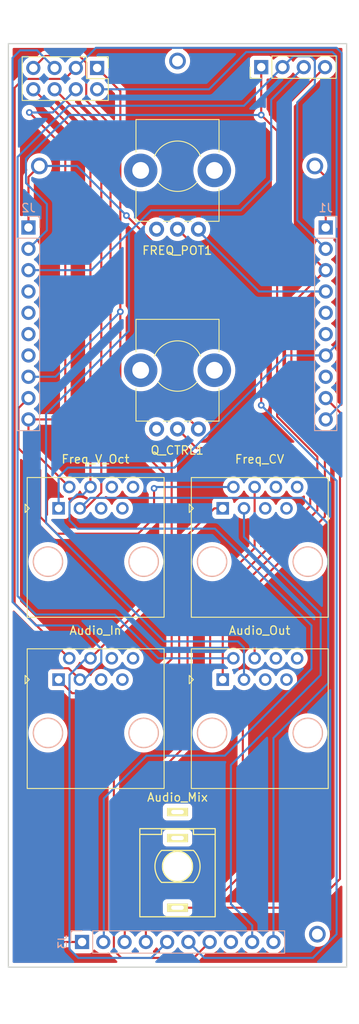
<source format=kicad_pcb>
(kicad_pcb (version 20211014) (generator pcbnew)
  (layers (0 "F.Cu" signal) (31 "B.Cu" signal) (34 "B.Paste" user) (35 "F.Paste" user) (36 "B.SilkS" user "B.Silkscreen") (37 "F.SilkS" user "F.Silkscreen") (38 "B.Mask" user) (39 "F.Mask" user) (44 "Edge.Cuts" user))
  (net 0 "")
  (net 1 "GND")
  (net 2 "/FREQ_POT")
  (net 3 "/FREQ_POT_5V")
  (net 7 "/FREQ_V_OCT1")
  (net 8 "/AUDIO_BUFF1")
  (net 10 "/AUDIO_BUFF4")
  (net 11 "/AUDIO_MIX")
  (net 12 "/AUDIO_IN1")
  (net 14 "/AUDIO_BUFF3")
  (net 15 "/AUDIO_BUFF2")
  (net 16 "/FREQ_V_OCT2")
  (net 18 "/FREQ_CV2")
  (net 19 "/AUDIO_IN2")
  (net 20 "/FREQ_V_OCT4")
  (net 21 "/FREQ_CV4")
  (net 22 "/Q_POT")
  (net 23 "/AUDIO_IN4")
  (net 24 "/FREQ_CV1")
  (net 25 "/FREQ_CV3")
  (net 26 "/AUDIO_IN3")
  (net 27 "/FREQ_V_OCT3")
  (net 45 "+12V")
  (net 46 "-12V")
  (footprint "Custom_Footprints:1.3mm_Test_Point" (layer "F.Cu") (at 70.2 42.97)
    (fp_text reference "TP3" hide)
    (fp_text value "TestPoint")
    (pad "1" thru_hole circle locked (at 0 0) (size 2 2) (drill 1.3) (layers *.Cu *.Mask) (net 1 "GND"))
  )
  (footprint "Custom_Footprints:Alpha_9mm_Potentiometer_Aligned" (layer "F.Cu") (at 70.2 79.3)
    (fp_text reference "Q_CTRL1" (at -0.04 10.04) (layer "F.SilkS"))
    (fp_text value "10k")
    (fp_line (start -4.961 6.56) (end -3.325 6.56) (layer "F.SilkS") (width 0.12))
    (fp_line (start 0.825 6.56) (end 1.675 6.56) (layer "F.SilkS") (width 0.12))
    (fp_line (start -1.675 6.56) (end -0.825 6.56) (layer "F.SilkS") (width 0.12))
    (fp_line (start 4.96 -1.695) (end 4.96 -5.56) (layer "F.SilkS") (width 0.12))
    (fp_line (start -4.961 6.56) (end -4.961 2.694) (layer "F.SilkS") (width 0.12))
    (fp_line (start -4.961 -5.56) (end 4.96 -5.56) (layer "F.SilkS") (width 0.12))
    (fp_line (start 4.96 6.56) (end 4.96 2.694) (layer "F.SilkS") (width 0.12))
    (fp_line (start 3.325 6.56) (end 4.96 6.56) (layer "F.SilkS") (width 0.12))
    (fp_line (start -4.961 -1.695) (end -4.961 -5.56) (layer "F.SilkS") (width 0.12))
    (fp_arc (start 2.297753 1.928295) (mid -0.000192 2.999665) (end -2.298 1.928) (layer "F.SilkS") (width 0.12))
    (fp_arc (start -2.762432 -1.171982) (mid -0.000553 -3.000762) (end 2.762 -1.173) (layer "F.SilkS") (width 0.12))
    (pad "" np_thru_hole circle locked (at 4.4 0.5 90) (size 4 4) (drill 2) (layers *.Cu *.Mask))
    (pad "" np_thru_hole circle locked (at -4.4 0.5 90) (size 4 4) (drill 2) (layers *.Cu *.Mask))
    (pad "1" thru_hole circle locked (at 2.5 7.5 90) (size 1.8 1.8) (drill 1) (layers *.Cu *.Mask) (net 45 "+12V"))
    (pad "2" thru_hole circle locked (at 0 7.5 90) (size 1.8 1.8) (drill 1) (layers *.Cu *.Mask) (net 22 "/Q_POT"))
    (pad "3" thru_hole circle locked (at -2.5 7.5 90) (size 1.8 1.8) (drill 1) (layers *.Cu *.Mask) (net 1 "GND"))
  )
  (footprint "Connector_PinHeader_2.54mm:PinHeader_2x04_P2.54mm_Vertical" (layer "F.Cu") (at 60.6 43.795 -90)
    (fp_text reference "J9" hide)
    (fp_text value "Conn_02x04_Top_Bottom")
    (fp_line (start 3.87 -1.33) (end 3.87 8.95) (layer "F.SilkS") (width 0.12))
    (fp_line (start 1.27 -1.33) (end 3.87 -1.33) (layer "F.SilkS") (width 0.12))
    (fp_line (start -1.33 -1.33) (end 0 -1.33) (layer "F.SilkS") (width 0.12))
    (fp_line (start -1.33 8.95) (end 3.87 8.95) (layer "F.SilkS") (width 0.12))
    (fp_line (start -1.33 0) (end -1.33 -1.33) (layer "F.SilkS") (width 0.12))
    (fp_line (start -1.33 1.27) (end -1.33 8.95) (layer "F.SilkS") (width 0.12))
    (fp_line (start -1.33 1.27) (end 1.27 1.27) (layer "F.SilkS") (width 0.12))
    (fp_line (start 1.27 1.27) (end 1.27 -1.33) (layer "F.SilkS") (width 0.12))
    (pad "1" thru_hole rect (at 0 0 270) (size 1.7 1.7) (drill 1) (layers *.Cu *.Mask) (net 12 "/AUDIO_IN1"))
    (pad "2" thru_hole oval (at 2.54 0 270) (size 1.7 1.7) (drill 1) (layers *.Cu *.Mask) (net 7 "/FREQ_V_OCT1"))
    (pad "3" thru_hole oval (at 0 2.54 270) (size 1.7 1.7) (drill 1) (layers *.Cu *.Mask) (net 19 "/AUDIO_IN2"))
    (pad "4" thru_hole oval (at 2.54 2.54 270) (size 1.7 1.7) (drill 1) (layers *.Cu *.Mask) (net 16 "/FREQ_V_OCT2"))
    (pad "5" thru_hole oval (at 0 5.08 270) (size 1.7 1.7) (drill 1) (layers *.Cu *.Mask) (net 26 "/AUDIO_IN3"))
    (pad "6" thru_hole oval (at 2.54 5.08 270) (size 1.7 1.7) (drill 1) (layers *.Cu *.Mask) (net 27 "/FREQ_V_OCT3"))
    (pad "7" thru_hole oval (at 0 7.62 270) (size 1.7 1.7) (drill 1) (layers *.Cu *.Mask) (net 23 "/AUDIO_IN4"))
    (pad "8" thru_hole oval (at 2.54 7.62 270) (size 1.7 1.7) (drill 1) (layers *.Cu *.Mask) (net 20 "/FREQ_V_OCT4"))
  )
  (footprint "Custom_Footprints:1.3mm_Test_Point" (layer "F.Cu") (at 86.9 146.97)
    (fp_text reference "TP4" hide)
    (fp_text value "TestPoint")
    (pad "1" thru_hole circle locked (at 0 0) (size 2 2) (drill 1.3) (layers *.Cu *.Mask) (net 1 "GND"))
  )
  (footprint "Custom_Footprints:THONKICONN_hole" (layer "F.Cu") (at 70.2 138.9 180)
    (fp_text reference "J6" hide)
    (fp_text value "Audio_Mix" (at 0 8.23) (layer "F.SilkS"))
    (fp_line (start -1.905 -1.905) (end 1.905 -1.905) (layer "F.SilkS") (width 0.15))
    (fp_line (start -4.5 -6) (end -4.5 4.5) (layer "F.SilkS") (width 0.15))
    (fp_line (start 1.905 1.905) (end -1.905 1.905) (layer "F.SilkS") (width 0.15))
    (fp_line (start -4.445 3.81) (end -1.905 3.81) (layer "F.SilkS") (width 0.15))
    (fp_line (start 1.905 3.81) (end 4.445 3.81) (layer "F.SilkS") (width 0.15))
    (fp_line (start -4.5 -6) (end 4.5 -6) (layer "F.SilkS") (width 0.15))
    (fp_line (start -1.905 4.445) (end 1.905 4.445) (layer "F.SilkS") (width 0.15))
    (fp_line (start 1.905 4.445) (end 1.905 3.81) (layer "F.SilkS") (width 0.15))
    (fp_line (start -1.905 3.81) (end -1.905 4.445) (layer "F.SilkS") (width 0.15))
    (fp_line (start -4.5 4.5) (end 4.5 4.5) (layer "F.SilkS") (width 0.15))
    (fp_line (start 4.5 -6) (end 4.5 4.5) (layer "F.SilkS") (width 0.15))
    (fp_arc (start 1.905 -1.905) (mid 2.694077 0) (end 1.905 1.905) (layer "F.SilkS") (width 0.15))
    (fp_arc (start -1.905 1.905) (mid -2.694077 0) (end -1.905 -1.905) (layer "F.SilkS") (width 0.15))
    (fp_circle (center 0 0) (end 1.27 1.27) (layer "F.SilkS") (width 0.15) (fill none))
    (pad "" np_thru_hole circle (at 0 0 180) (size 2.5 2.5) (drill 2.5) (layers *.Cu *.Mask))
    (pad "1" thru_hole rect (at 0 6.48 180) (size 2.5 1) (drill oval 1.5 0.5) (layers *.Cu *.Mask "F.SilkS") (net 1 "GND"))
    (pad "2" thru_hole rect (at 0 3.38 180) (size 2.5 1) (drill oval 1.5 0.5) (layers *.Cu *.Mask "F.SilkS"))
    (pad "3" thru_hole rect (at 0 -4.92 180) (size 2.5 1) (drill oval 1.5 0.5) (layers *.Cu *.Mask "F.SilkS") (net 11 "/AUDIO_MIX"))
  )
  (footprint "Custom_Footprints:RJ45_Molex_42878-8506" (layer "F.Cu") (at 60.4 121.3)
    (fp_text reference "J4" hide)
    (fp_text value "Audio_In" (at 0 -10.5) (layer "F.SilkS"))
    (fp_line (start -8.15 -8.32) (end -8.15 8.32) (layer "F.SilkS") (width 0.12))
    (fp_line (start 8.2 -8.32) (end 8.2 8.32) (layer "F.SilkS") (width 0.12))
    (fp_line (start 8.2 -8.32) (end -8.15 -8.32) (layer "F.SilkS") (width 0.12))
    (fp_line (start -8.4 -4.15) (end -7.9 -4.65) (layer "F.SilkS") (width 0.12))
    (fp_line (start 8.2 8.32) (end -8.15 8.32) (layer "F.SilkS") (width 0.12))
    (fp_line (start -7.9 -4.65) (end -8.4 -5.15) (layer "F.SilkS") (width 0.12))
    (fp_line (start -8.4 -5.15) (end -8.4 -4.15) (layer "F.SilkS") (width 0.12))
    (pad "" np_thru_hole circle (at 5.76 1.7) (size 3.65 3.65) (drill 3.33) (layers F&B.Cu *.SilkS *.Mask))
    (pad "" np_thru_hole circle (at -5.67 1.7) (size 3.65 3.65) (drill 3.33) (layers F&B.Cu *.SilkS *.Mask))
    (pad "1" thru_hole rect (at -4.4 -4.65) (size 1.5 1.5) (drill 0.9) (layers *.Cu *.Mask) (net 12 "/AUDIO_IN1"))
    (pad "2" thru_hole circle (at -3.13 -7.19) (size 1.5 1.5) (drill 0.9) (layers *.Cu *.Mask) (net 19 "/AUDIO_IN2"))
    (pad "3" thru_hole circle (at -1.86 -4.65) (size 1.5 1.5) (drill 0.9) (layers *.Cu *.Mask) (net 26 "/AUDIO_IN3"))
    (pad "4" thru_hole circle (at -0.59 -7.19) (size 1.5 1.5) (drill 0.9) (layers *.Cu *.Mask) (net 23 "/AUDIO_IN4"))
    (pad "5" thru_hole circle (at 0.68 -4.65) (size 1.5 1.5) (drill 0.9) (layers *.Cu *.Mask))
    (pad "6" thru_hole circle (at 1.95 -7.19) (size 1.5 1.5) (drill 0.9) (layers *.Cu *.Mask))
    (pad "7" thru_hole circle (at 3.22 -4.65) (size 1.5 1.5) (drill 0.9) (layers *.Cu *.Mask))
    (pad "8" thru_hole circle (at 4.49 -7.19) (size 1.5 1.5) (drill 0.9) (layers *.Cu *.Mask))
  )
  (footprint "Custom_Footprints:1.3mm_Test_Point" (layer "F.Cu") (at 53.7 55.47)
    (fp_text reference "TP1" hide)
    (fp_text value "TestPoint")
    (pad "1" thru_hole circle locked (at 0 0) (size 2 2) (drill 1.3) (layers *.Cu *.Mask) (net 45 "+12V"))
  )
  (footprint "Custom_Footprints:RJ45_Molex_42878-8506" (layer "F.Cu") (at 80 121.3)
    (fp_text reference "J5" hide)
    (fp_text value "Audio_Out" (at 0 -10.5) (layer "F.SilkS"))
    (fp_line (start -7.9 -4.65) (end -8.4 -5.15) (layer "F.SilkS") (width 0.12))
    (fp_line (start 8.2 -8.32) (end 8.2 8.32) (layer "F.SilkS") (width 0.12))
    (fp_line (start 8.2 -8.32) (end -8.15 -8.32) (layer "F.SilkS") (width 0.12))
    (fp_line (start 8.2 8.32) (end -8.15 8.32) (layer "F.SilkS") (width 0.12))
    (fp_line (start -8.15 -8.32) (end -8.15 8.32) (layer "F.SilkS") (width 0.12))
    (fp_line (start -8.4 -5.15) (end -8.4 -4.15) (layer "F.SilkS") (width 0.12))
    (fp_line (start -8.4 -4.15) (end -7.9 -4.65) (layer "F.SilkS") (width 0.12))
    (pad "" np_thru_hole circle (at -5.67 1.7) (size 3.65 3.65) (drill 3.33) (layers F&B.Cu *.SilkS *.Mask))
    (pad "" np_thru_hole circle (at 5.76 1.7) (size 3.65 3.65) (drill 3.33) (layers F&B.Cu *.SilkS *.Mask))
    (pad "1" thru_hole rect (at -4.4 -4.65) (size 1.5 1.5) (drill 0.9) (layers *.Cu *.Mask) (net 8 "/AUDIO_BUFF1"))
    (pad "2" thru_hole circle (at -3.13 -7.19) (size 1.5 1.5) (drill 0.9) (layers *.Cu *.Mask) (net 15 "/AUDIO_BUFF2"))
    (pad "3" thru_hole circle (at -1.86 -4.65) (size 1.5 1.5) (drill 0.9) (layers *.Cu *.Mask) (net 14 "/AUDIO_BUFF3"))
    (pad "4" thru_hole circle (at -0.59 -7.19) (size 1.5 1.5) (drill 0.9) (layers *.Cu *.Mask) (net 10 "/AUDIO_BUFF4"))
    (pad "5" thru_hole circle (at 0.68 -4.65) (size 1.5 1.5) (drill 0.9) (layers *.Cu *.Mask))
    (pad "6" thru_hole circle (at 1.95 -7.19) (size 1.5 1.5) (drill 0.9) (layers *.Cu *.Mask))
    (pad "7" thru_hole circle (at 3.22 -4.65) (size 1.5 1.5) (drill 0.9) (layers *.Cu *.Mask))
    (pad "8" thru_hole circle (at 4.49 -7.19) (size 1.5 1.5) (drill 0.9) (layers *.Cu *.Mask))
  )
  (footprint "Connector_PinHeader_2.54mm:PinHeader_1x04_P2.54mm_Vertical" (layer "F.Cu") (at 80.2 43.7 90)
    (fp_text reference "J10" hide)
    (fp_text value "Conn_01x04_Male")
    (fp_line (start -1.33 8.95) (end 1.33 8.95) (layer "F.SilkS") (width 0.12))
    (fp_line (start -1.33 1.27) (end 1.33 1.27) (layer "F.SilkS") (width 0.12))
    (fp_line (start -1.33 1.27) (end -1.33 8.95) (layer "F.SilkS") (width 0.12))
    (fp_line (start -1.33 -1.33) (end 0 -1.33) (layer "F.SilkS") (width 0.12))
    (fp_line (start 1.33 1.27) (end 1.33 8.95) (layer "F.SilkS") (width 0.12))
    (fp_line (start -1.33 0) (end -1.33 -1.33) (layer "F.SilkS") (width 0.12))
    (pad "1" thru_hole rect (at 0 0 90) (size 1.7 1.7) (drill 1) (layers *.Cu *.Mask) (net 8 "/AUDIO_BUFF1"))
    (pad "2" thru_hole oval (at 0 2.54 90) (size 1.7 1.7) (drill 1) (layers *.Cu *.Mask) (net 15 "/AUDIO_BUFF2"))
    (pad "3" thru_hole oval (at 0 5.08 90) (size 1.7 1.7) (drill 1) (layers *.Cu *.Mask) (net 14 "/AUDIO_BUFF3"))
    (pad "4" thru_hole oval (at 0 7.62 90) (size 1.7 1.7) (drill 1) (layers *.Cu *.Mask) (net 10 "/AUDIO_BUFF4"))
  )
  (footprint "Custom_Footprints:RJ45_Molex_42878-8506" (layer "F.Cu") (at 80 100.9)
    (fp_text reference "J8" hide)
    (fp_text value "Freq_CV" (at 0 -10.5) (layer "F.SilkS"))
    (fp_line (start -8.15 -8.32) (end -8.15 8.32) (layer "F.SilkS") (width 0.12))
    (fp_line (start -7.9 -4.65) (end -8.4 -5.15) (layer "F.SilkS") (width 0.12))
    (fp_line (start -8.4 -5.15) (end -8.4 -4.15) (layer "F.SilkS") (width 0.12))
    (fp_line (start 8.2 -8.32) (end -8.15 -8.32) (layer "F.SilkS") (width 0.12))
    (fp_line (start -8.4 -4.15) (end -7.9 -4.65) (layer "F.SilkS") (width 0.12))
    (fp_line (start 8.2 -8.32) (end 8.2 8.32) (layer "F.SilkS") (width 0.12))
    (fp_line (start 8.2 8.32) (end -8.15 8.32) (layer "F.SilkS") (width 0.12))
    (pad "" np_thru_hole circle (at 5.76 1.7) (size 3.65 3.65) (drill 3.33) (layers F&B.Cu *.SilkS *.Mask))
    (pad "" np_thru_hole circle (at -5.67 1.7) (size 3.65 3.65) (drill 3.33) (layers F&B.Cu *.SilkS *.Mask))
    (pad "1" thru_hole rect (at -4.4 -4.65) (size 1.5 1.5) (drill 0.9) (layers *.Cu *.Mask) (net 24 "/FREQ_CV1"))
    (pad "2" thru_hole circle (at -3.13 -7.19) (size 1.5 1.5) (drill 0.9) (layers *.Cu *.Mask) (net 18 "/FREQ_CV2"))
    (pad "3" thru_hole circle (at -1.86 -4.65) (size 1.5 1.5) (drill 0.9) (layers *.Cu *.Mask) (net 25 "/FREQ_CV3"))
    (pad "4" thru_hole circle (at -0.59 -7.19) (size 1.5 1.5) (drill 0.9) (layers *.Cu *.Mask) (net 21 "/FREQ_CV4"))
    (pad "5" thru_hole circle (at 0.68 -4.65) (size 1.5 1.5) (drill 0.9) (layers *.Cu *.Mask))
    (pad "6" thru_hole circle (at 1.95 -7.19) (size 1.5 1.5) (drill 0.9) (layers *.Cu *.Mask))
    (pad "7" thru_hole circle (at 3.22 -4.65) (size 1.5 1.5) (drill 0.9) (layers *.Cu *.Mask))
    (pad "8" thru_hole circle (at 4.49 -7.19) (size 1.5 1.5) (drill 0.9) (layers *.Cu *.Mask))
  )
  (footprint "Custom_Footprints:1.3mm_Test_Point" (layer "F.Cu") (at 86.6 55.47)
    (fp_text reference "TP2" hide)
    (fp_text value "TestPoint")
    (pad "1" thru_hole circle locked (at 0 0) (size 2 2) (drill 1.3) (layers *.Cu *.Mask) (net 46 "-12V"))
  )
  (footprint "Custom_Footprints:RJ45_Molex_42878-8506" (layer "F.Cu") (at 60.4 100.9)
    (fp_text reference "J7" hide)
    (fp_text value "Freq_V_Oct" (at 0 -10.5) (layer "F.SilkS"))
    (fp_line (start 8.2 8.32) (end -8.15 8.32) (layer "F.SilkS") (width 0.12))
    (fp_line (start 8.2 -8.32) (end 8.2 8.32) (layer "F.SilkS") (width 0.12))
    (fp_line (start -8.4 -5.15) (end -8.4 -4.15) (layer "F.SilkS") (width 0.12))
    (fp_line (start -8.15 -8.32) (end -8.15 8.32) (layer "F.SilkS") (width 0.12))
    (fp_line (start -7.9 -4.65) (end -8.4 -5.15) (layer "F.SilkS") (width 0.12))
    (fp_line (start -8.4 -4.15) (end -7.9 -4.65) (layer "F.SilkS") (width 0.12))
    (fp_line (start 8.2 -8.32) (end -8.15 -8.32) (layer "F.SilkS") (width 0.12))
    (pad "" np_thru_hole circle (at -5.67 1.7) (size 3.65 3.65) (drill 3.33) (layers F&B.Cu *.SilkS *.Mask))
    (pad "" np_thru_hole circle (at 5.76 1.7) (size 3.65 3.65) (drill 3.33) (layers F&B.Cu *.SilkS *.Mask))
    (pad "1" thru_hole rect (at -4.4 -4.65) (size 1.5 1.5) (drill 0.9) (layers *.Cu *.Mask) (net 7 "/FREQ_V_OCT1"))
    (pad "2" thru_hole circle (at -3.13 -7.19) (size 1.5 1.5) (drill 0.9) (layers *.Cu *.Mask) (net 16 "/FREQ_V_OCT2"))
    (pad "3" thru_hole circle (at -1.86 -4.65) (size 1.5 1.5) (drill 0.9) (layers *.Cu *.Mask) (net 27 "/FREQ_V_OCT3"))
    (pad "4" thru_hole circle (at -0.59 -7.19) (size 1.5 1.5) (drill 0.9) (layers *.Cu *.Mask) (net 20 "/FREQ_V_OCT4"))
    (pad "5" thru_hole circle (at 0.68 -4.65) (size 1.5 1.5) (drill 0.9) (layers *.Cu *.Mask))
    (pad "6" thru_hole circle (at 1.95 -7.19) (size 1.5 1.5) (drill 0.9) (layers *.Cu *.Mask))
    (pad "7" thru_hole circle (at 3.22 -4.65) (size 1.5 1.5) (drill 0.9) (layers *.Cu *.Mask))
    (pad "8" thru_hole circle (at 4.49 -7.19) (size 1.5 1.5) (drill 0.9) (layers *.Cu *.Mask))
  )
  (footprint "Custom_Footprints:Alpha_9mm_Potentiometer_Aligned" (layer "F.Cu") (at 70.2 55.5)
    (fp_text reference "FREQ_POT1" (at -0.04 10.04) (layer "F.SilkS"))
    (fp_text value "10k")
    (fp_line (start -4.961 6.56) (end -3.325 6.56) (layer "F.SilkS") (width 0.12))
    (fp_line (start -4.961 -5.56) (end 4.96 -5.56) (layer "F.SilkS") (width 0.12))
    (fp_line (start -4.961 6.56) (end -4.961 2.694) (layer "F.SilkS") (width 0.12))
    (fp_line (start 3.325 6.56) (end 4.96 6.56) (layer "F.SilkS") (width 0.12))
    (fp_line (start 0.825 6.56) (end 1.675 6.56) (layer "F.SilkS") (width 0.12))
    (fp_line (start -1.675 6.56) (end -0.825 6.56) (layer "F.SilkS") (width 0.12))
    (fp_line (start 4.96 -1.695) (end 4.96 -5.56) (layer "F.SilkS") (width 0.12))
    (fp_line (start 4.96 6.56) (end 4.96 2.694) (layer "F.SilkS") (width 0.12))
    (fp_line (start -4.961 -1.695) (end -4.961 -5.56) (layer "F.SilkS") (width 0.12))
    (fp_arc (start -2.762432 -1.171982) (mid -0.000553 -3.000762) (end 2.762 -1.173) (layer "F.SilkS") (width 0.12))
    (fp_arc (start 2.297753 1.928295) (mid -0.000192 2.999665) (end -2.298 1.928) (layer "F.SilkS") (width 0.12))
    (pad "" np_thru_hole circle locked (at 4.4 0.5 90) (size 4 4) (drill 2) (layers *.Cu *.Mask))
    (pad "" np_thru_hole circle locked (at -4.4 0.5 90) (size 4 4) (drill 2) (layers *.Cu *.Mask))
    (pad "1" thru_hole circle locked (at 2.5 7.5 90) (size 1.8 1.8) (drill 1) (layers *.Cu *.Mask) (net 3 "/FREQ_POT_5V"))
    (pad "2" thru_hole circle locked (at 0 7.5 90) (size 1.8 1.8) (drill 1) (layers *.Cu *.Mask) (net 2 "/FREQ_POT"))
    (pad "3" thru_hole circle locked (at -2.5 7.5 90) (size 1.8 1.8) (drill 1) (layers *.Cu *.Mask) (net 1 "GND"))
  )
  (footprint "Connector_PinHeader_2.54mm:PinHeader_1x10_P2.54mm_Vertical" (layer "B.Cu") (at 58.8 147.9 -90)
    (fp_text reference "J3" (at 0 2.33 90) (layer "B.SilkS") (effects (justify mirror)))
    (fp_text value "Conn_01x10_Male")
    (fp_line (start -1.33 0) (end -1.33 1.33) (layer "B.SilkS") (width 0.12))
    (fp_line (start -1.33 1.33) (end 0 1.33) (layer "B.SilkS") (width 0.12))
    (fp_line (start 1.33 -1.27) (end 1.33 -24.19) (layer "B.SilkS") (width 0.12))
    (fp_line (start -1.33 -24.19) (end 1.33 -24.19) (layer "B.SilkS") (width 0.12))
    (fp_line (start -1.33 -1.27) (end 1.33 -1.27) (layer "B.SilkS") (width 0.12))
    (fp_line (start -1.33 -1.27) (end -1.33 -24.19) (layer "B.SilkS") (width 0.12))
    (pad "1" thru_hole rect locked (at 0 0 270) (size 1.7 1.7) (drill 1) (layers F&B.Cu *.Mask) (net 26 "/AUDIO_IN3"))
    (pad "2" thru_hole oval locked (at 0 -2.54 270) (size 1.7 1.7) (drill 1) (layers F&B.Cu *.Mask) (net 20 "/FREQ_V_OCT4"))
    (pad "3" thru_hole oval locked (at 0 -5.08 270) (size 1.7 1.7) (drill 1) (layers F&B.Cu *.Mask) (net 21 "/FREQ_CV4"))
    (pad "4" thru_hole oval locked (at 0 -7.62 270) (size 1.7 1.7) (drill 1) (layers F&B.Cu *.Mask) (net 22 "/Q_POT"))
    (pad "5" thru_hole oval locked (at 0 -10.16 270) (size 1.7 1.7) (drill 1) (layers F&B.Cu *.Mask) (net 23 "/AUDIO_IN4"))
    (pad "6" thru_hole oval locked (at 0 -12.7 270) (size 1.7 1.7) (drill 1) (layers F&B.Cu *.Mask) (net 2 "/FREQ_POT"))
    (pad "7" thru_hole oval locked (at 0 -15.24 270) (size 1.7 1.7) (drill 1) (layers F&B.Cu *.Mask) (net 24 "/FREQ_CV1"))
    (pad "8" thru_hole oval locked (at 0 -17.78 270) (size 1.7 1.7) (drill 1) (layers F&B.Cu *.Mask))
    (pad "9" thru_hole oval locked (at 0 -20.32 270) (size 1.7 1.7) (drill 1) (layers F&B.Cu *.Mask) (net 25 "/FREQ_CV3"))
    (pad "10" thru_hole oval locked (at 0 -22.86 270) (size 1.7 1.7) (drill 1) (layers F&B.Cu *.Mask) (net 27 "/FREQ_V_OCT3"))
  )
  (footprint "Connector_PinHeader_2.54mm:PinHeader_1x10_P2.54mm_Vertical" (layer "B.Cu") (at 87.9 62.8 180)
    (fp_text reference "J1" (at 0 2.33) (layer "B.SilkS") (effects (justify mirror)))
    (fp_text value "Conn_01x10_Male" hide)
    (fp_line (start -1.33 1.33) (end 0 1.33) (layer "B.SilkS") (width 0.12))
    (fp_line (start 1.33 -1.27) (end 1.33 -24.19) (layer "B.SilkS") (width 0.12))
    (fp_line (start -1.33 -1.27) (end 1.33 -1.27) (layer "B.SilkS") (width 0.12))
    (fp_line (start -1.33 -1.27) (end -1.33 -24.19) (layer "B.SilkS") (width 0.12))
    (fp_line (start -1.33 0) (end -1.33 1.33) (layer "B.SilkS") (width 0.12))
    (fp_line (start -1.33 -24.19) (end 1.33 -24.19) (layer "B.SilkS") (width 0.12))
    (pad "1" thru_hole rect locked (at 0 0 180) (size 1.7 1.7) (drill 1) (layers F&B.Cu *.Mask) (net 46 "-12V"))
    (pad "2" thru_hole oval locked (at 0 -2.54 180) (size 1.7 1.7) (drill 1) (layers F&B.Cu *.Mask) (net 15 "/AUDIO_BUFF2"))
    (pad "3" thru_hole oval locked (at 0 -5.08 180) (size 1.7 1.7) (drill 1) (layers F&B.Cu *.Mask) (net 10 "/AUDIO_BUFF4"))
    (pad "4" thru_hole oval locked (at 0 -7.62 180) (size 1.7 1.7) (drill 1) (layers F&B.Cu *.Mask) (net 3 "/FREQ_POT_5V"))
    (pad "5" thru_hole oval locked (at 0 -10.16 180) (size 1.7 1.7) (drill 1) (layers F&B.Cu *.Mask))
    (pad "6" thru_hole oval locked (at 0 -12.7 180) (size 1.7 1.7) (drill 1) (layers F&B.Cu *.Mask) (net 1 "GND"))
    (pad "7" thru_hole oval locked (at 0 -15.24 180) (size 1.7 1.7) (drill 1) (layers F&B.Cu *.Mask) (net 7 "/FREQ_V_OCT1"))
    (pad "8" thru_hole oval locked (at 0 -17.78 180) (size 1.7 1.7) (drill 1) (layers F&B.Cu *.Mask))
    (pad "9" thru_hole oval locked (at 0 -20.32 180) (size 1.7 1.7) (drill 1) (layers F&B.Cu *.Mask) (net 11 "/AUDIO_MIX"))
    (pad "10" thru_hole oval locked (at 0 -22.86 180) (size 1.7 1.7) (drill 1) (layers F&B.Cu *.Mask) (net 19 "/AUDIO_IN2"))
  )
  (footprint "Connector_PinHeader_2.54mm:PinHeader_1x10_P2.54mm_Vertical" (layer "B.Cu") (at 52.4 62.8 180)
    (fp_text reference "J2" (at 0 2.33) (layer "B.SilkS") (effects (justify mirror)))
    (fp_text value "Conn_01x10_Male" hide)
    (fp_line (start -1.33 1.33) (end 0 1.33) (layer "B.SilkS") (width 0.12))
    (fp_line (start -1.33 -1.27) (end -1.33 -24.19) (layer "B.SilkS") (width 0.12))
    (fp_line (start -1.33 -1.27) (end 1.33 -1.27) (layer "B.SilkS") (width 0.12))
    (fp_line (start -1.33 -24.19) (end 1.33 -24.19) (layer "B.SilkS") (width 0.12))
    (fp_line (start 1.33 -1.27) (end 1.33 -24.19) (layer "B.SilkS") (width 0.12))
    (fp_line (start -1.33 0) (end -1.33 1.33) (layer "B.SilkS") (width 0.12))
    (pad "1" thru_hole rect locked (at 0 0 180) (size 1.7 1.7) (drill 1) (layers F&B.Cu *.Mask) (net 45 "+12V"))
    (pad "2" thru_hole oval locked (at 0 -2.54 180) (size 1.7 1.7) (drill 1) (layers F&B.Cu *.Mask) (net 8 "/AUDIO_BUFF1"))
    (pad "3" thru_hole oval locked (at 0 -5.08 180) (size 1.7 1.7) (drill 1) (layers F&B.Cu *.Mask) (net 14 "/AUDIO_BUFF3"))
    (pad "4" thru_hole oval locked (at 0 -7.62 180) (size 1.7 1.7) (drill 1) (layers F&B.Cu *.Mask))
    (pad "5" thru_hole oval locked (at 0 -10.16 180) (size 1.7 1.7) (drill 1) (layers F&B.Cu *.Mask))
    (pad "6" thru_hole oval locked (at 0 -12.7 180) (size 1.7 1.7) (drill 1) (layers F&B.Cu *.Mask) (net 1 "GND"))
    (pad "7" thru_hole oval locked (at 0 -15.24 180) (size 1.7 1.7) (drill 1) (layers F&B.Cu *.Mask))
    (pad "8" thru_hole oval locked (at 0 -17.78 180) (size 1.7 1.7) (drill 1) (layers F&B.Cu *.Mask) (net 12 "/AUDIO_IN1"))
    (pad "9" thru_hole oval locked (at 0 -20.32 180) (size 1.7 1.7) (drill 1) (layers F&B.Cu *.Mask) (net 18 "/FREQ_CV2"))
    (pad "10" thru_hole oval locked (at 0 -22.86 180) (size 1.7 1.7) (drill 1) (layers F&B.Cu *.Mask) (net 16 "/FREQ_V_OCT2"))
  )
  (gr_line (start 50 40.9) (end 50 150.9) (layer "Edge.Cuts") (width 0.15))
  (gr_line (start 50 40.9) (end 90.4 40.9) (layer "Edge.Cuts") (width 0.15))
  (gr_line (start 50 150.9) (end 90.4 150.9) (layer "Edge.Cuts") (width 0.15))
  (gr_line (start 90.4 40.9) (end 90.4 150.9) (layer "Edge.Cuts") (width 0.15))
  (segment (start 80.2 83.97) (end 80.2 72.97) (width 0.25) (layer "F.Cu") (net 2))
  (segment (start 80.2 72.97) (end 70.2 62.97) (width 0.25) (layer "F.Cu") (net 2))
  (via (at 80.2 83.97) (size 0.8) (drill 0.4) (layers "F.Cu" "B.Cu") (net 2))
  (segment (start 86.37 149.8) (end 73.4 149.8) (width 0.25) (layer "B.Cu") (net 2))
  (segment (start 89.2 146.97) (end 86.37 149.8) (width 0.25) (layer "B.Cu") (net 2))
  (segment (start 80.2 83.97) (end 89.2 92.97) (width 0.25) (layer "B.Cu") (net 2))
  (segment (start 89.2 92.97) (end 89.2 146.97) (width 0.25) (layer "B.Cu") (net 2))
  (segment (start 73.4 149.8) (end 71.5 147.9) (width 0.25) (layer "B.Cu") (net 2))
  (segment (start 79.92 70.42) (end 72.7 63.2) (width 0.25) (layer "B.Cu") (net 3))
  (segment (start 87.9 70.42) (end 79.92 70.42) (width 0.25) (layer "B.Cu") (net 3))
  (segment (start 72.7 63.2) (end 72.7 63) (width 0.25) (layer "B.Cu") (net 3))
  (segment (start 83.192412 78.04) (end 87.9 78.04) (width 0.25) (layer "B.Cu") (net 7))
  (segment (start 60.6 46.335) (end 73.965 46.335) (width 0.25) (layer "B.Cu") (net 7))
  (segment (start 57.1 91.4) (end 69.832412 91.4) (width 0.25) (layer "B.Cu") (net 7))
  (segment (start 56 92.5) (end 57.1 91.4) (width 0.25) (layer "B.Cu") (net 7))
  (segment (start 56 96.25) (end 56 92.5) (width 0.25) (layer "B.Cu") (net 7))
  (segment (start 78.4 41.9) (end 88.7 41.9) (width 0.25) (layer "B.Cu") (net 7))
  (segment (start 89.2 42.4) (end 89.2 76.74) (width 0.25) (layer "B.Cu") (net 7))
  (segment (start 89.2 76.74) (end 87.9 78.04) (width 0.25) (layer "B.Cu") (net 7))
  (segment (start 73.965 46.335) (end 78.4 41.9) (width 0.25) (layer "B.Cu") (net 7))
  (segment (start 88.7 41.9) (end 89.2 42.4) (width 0.25) (layer "B.Cu") (net 7))
  (segment (start 69.832412 91.4) (end 83.192412 78.04) (width 0.25) (layer "B.Cu") (net 7))
  (segment (start 82.1 85.3) (end 82.1 51.3) (width 0.25) (layer "F.Cu") (net 8))
  (segment (start 75.6 116.65) (end 75.6 107.8) (width 0.25) (layer "F.Cu") (net 8))
  (segment (start 80.2 43.7) (end 80.2 49.4) (width 0.25) (layer "F.Cu") (net 8))
  (segment (start 86.9 96.5) (end 86.9 90.1) (width 0.25) (layer "F.Cu") (net 8))
  (segment (start 75.6 107.8) (end 86.9 96.5) (width 0.25) (layer "F.Cu") (net 8))
  (segment (start 86.9 90.1) (end 82.1 85.3) (width 0.25) (layer "F.Cu") (net 8))
  (segment (start 82.1 51.3) (end 80.2 49.4) (width 0.25) (layer "F.Cu") (net 8))
  (via (at 80.2 49.4) (size 0.8) (drill 0.4) (layers "F.Cu" "B.Cu") (net 8))
  (segment (start 54.6 60) (end 52.1 57.5) (width 0.25) (layer "B.Cu") (net 8))
  (segment (start 52.1 54.6) (end 57.3 49.4) (width 0.25) (layer "B.Cu") (net 8))
  (segment (start 54.6 63.14) (end 54.6 60) (width 0.25) (layer "B.Cu") (net 8))
  (segment (start 52.4 65.34) (end 54.6 63.14) (width 0.25) (layer "B.Cu") (net 8))
  (segment (start 57.3 49.4) (end 80.2 49.4) (width 0.25) (layer "B.Cu") (net 8))
  (segment (start 52.1 57.5) (end 52.1 54.6) (width 0.25) (layer "B.Cu") (net 8))
  (segment (start 83.8 71.98) (end 87.9 67.88) (width 0.25) (layer "F.Cu") (net 10))
  (segment (start 83.449501 63.429501) (end 83.449501 48.070499) (width 0.25) (layer "F.Cu") (net 10))
  (segment (start 87.9 67.88) (end 83.449501 63.429501) (width 0.25) (layer "F.Cu") (net 10))
  (segment (start 83.8 85.5) (end 83.8 71.98) (width 0.25) (layer "F.Cu") (net 10))
  (segment (start 79.41 114.11) (end 79.41 105.62569) (width 0.25) (layer "F.Cu") (net 10))
  (segment (start 83.449501 48.070499) (end 87.82 43.7) (width 0.25) (layer "F.Cu") (net 10))
  (segment (start 79.41 105.62569) (end 87.8 97.23569) (width 0.25) (layer "F.Cu") (net 10))
  (segment (start 87.8 97.23569) (end 87.8 89.5) (width 0.25) (layer "F.Cu") (net 10))
  (segment (start 87.8 89.5) (end 83.8 85.5) (width 0.25) (layer "F.Cu") (net 10))
  (segment (start 89.6 84.82) (end 89.6 140.4) (width 0.25) (layer "F.Cu") (net 11))
  (segment (start 70.2 143.82) (end 86.18 143.82) (width 0.25) (layer "F.Cu") (net 11))
  (segment (start 86.18 143.82) (end 89.6 140.4) (width 0.25) (layer "F.Cu") (net 11))
  (segment (start 87.9 83.12) (end 89.6 84.82) (width 0.25) (layer "F.Cu") (net 11))
  (segment (start 69.5 90.7) (end 63.373135 84.573135) (width 0.25) (layer "F.Cu") (net 12))
  (segment (start 63.373135 84.573135) (end 63.373135 72.826865) (width 0.25) (layer "F.Cu") (net 12))
  (segment (start 65.43 118.27) (end 69.5 114.2) (width 0.25) (layer "F.Cu") (net 12))
  (segment (start 63.373135 72.826865) (end 63.373135 46.568135) (width 0.25) (layer "F.Cu") (net 12))
  (segment (start 56 116.65) (end 57.62 118.27) (width 0.25) (layer "F.Cu") (net 12))
  (segment (start 69.5 114.2) (end 69.5 90.7) (width 0.25) (layer "F.Cu") (net 12))
  (segment (start 63.373135 46.568135) (end 60.6 43.795) (width 0.25) (layer "F.Cu") (net 12))
  (segment (start 57.62 118.27) (end 65.43 118.27) (width 0.25) (layer "F.Cu") (net 12))
  (via (at 63.373135 72.826865) (size 0.8) (drill 0.4) (layers "F.Cu" "B.Cu") (net 12))
  (segment (start 55.62 80.58) (end 63.373135 72.826865) (width 0.25) (layer "B.Cu") (net 12))
  (segment (start 52.4 80.58) (end 55.62 80.58) (width 0.25) (layer "B.Cu") (net 12))
  (segment (start 64.4 75.1) (end 64.4 63.4) (width 0.25) (layer "B.Cu") (net 14))
  (segment (start 78.14 116.65) (end 78.14 112.84) (width 0.25) (layer "B.Cu") (net 14))
  (segment (start 81.39 47.59) (end 81.39 57.11) (width 0.25) (layer "B.Cu") (net 14))
  (segment (start 68.6 112.1) (end 54.5 98) (width 0.25) (layer "B.Cu") (net 14))
  (segment (start 77.4 112.1) (end 68.6 112.1) (width 0.25) (layer "B.Cu") (net 14))
  (segment (start 64.4 63.4) (end 59.92 67.88) (width 0.25) (layer "B.Cu") (net 14))
  (segment (start 81.39 57.11) (end 77.75 60.75) (width 0.25) (layer "B.Cu") (net 14))
  (segment (start 59.92 67.88) (end 52.4 67.88) (width 0.25) (layer "B.Cu") (net 14))
  (segment (start 67.05 60.75) (end 64.4 63.4) (width 0.25) (layer "B.Cu") (net 14))
  (segment (start 77.75 60.75) (end 67.05 60.75) (width 0.25) (layer "B.Cu") (net 14))
  (segment (start 54.5 98) (end 54.5 85) (width 0.25) (layer "B.Cu") (net 14))
  (segment (start 54.5 85) (end 64.4 75.1) (width 0.25) (layer "B.Cu") (net 14))
  (segment (start 78.14 112.84) (end 77.4 112.1) (width 0.25) (layer "B.Cu") (net 14))
  (segment (start 85.28 43.7) (end 81.39 47.59) (width 0.25) (layer "B.Cu") (net 14))
  (segment (start 53.3 108.9) (end 51.1 106.7) (width 0.25) (layer "B.Cu") (net 15))
  (segment (start 84.5 61.94) (end 87.9 65.34) (width 0.25) (layer "B.Cu") (net 15))
  (segment (start 76.87 114.11) (end 67.91 114.11) (width 0.25) (layer "B.Cu") (net 15))
  (segment (start 86.6 45.8) (end 84.5 47.9) (width 0.25) (layer "B.Cu") (net 15))
  (segment (start 51.1 106.7) (end 51.1 54.4) (width 0.25) (layer "B.Cu") (net 15))
  (segment (start 57.2 48.3) (end 78.14 48.3) (width 0.25) (layer "B.Cu") (net 15))
  (segment (start 51.1 54.4) (end 57.2 48.3) (width 0.25) (layer "B.Cu") (net 15))
  (segment (start 84.5 47.9) (end 84.5 61.94) (width 0.25) (layer "B.Cu") (net 15))
  (segment (start 86.6 42.9) (end 86.6 45.8) (width 0.25) (layer "B.Cu") (net 15))
  (segment (start 82.74 43.7) (end 84.04 42.4) (width 0.25) (layer "B.Cu") (net 15))
  (segment (start 62.7 108.9) (end 53.3 108.9) (width 0.25) (layer "B.Cu") (net 15))
  (segment (start 84.04 42.4) (end 86.1 42.4) (width 0.25) (layer "B.Cu") (net 15))
  (segment (start 86.1 42.4) (end 86.6 42.9) (width 0.25) (layer "B.Cu") (net 15))
  (segment (start 67.91 114.11) (end 62.7 108.9) (width 0.25) (layer "B.Cu") (net 15))
  (segment (start 78.14 48.3) (end 82.74 43.7) (width 0.25) (layer "B.Cu") (net 15))
  (segment (start 56.8 84.8) (end 56.8 53.4) (width 0.25) (layer "F.Cu") (net 16))
  (segment (start 52.4 85.66) (end 52.4 88.84) (width 0.25) (layer "F.Cu") (net 16))
  (segment (start 52.4 88.84) (end 57.27 93.71) (width 0.25) (layer "F.Cu") (net 16))
  (segment (start 55.94 85.66) (end 56.8 84.8) (width 0.25) (layer "F.Cu") (net 16))
  (segment (start 56.8 53.4) (end 52.5 49.1) (width 0.25) (layer "F.Cu") (net 16))
  (segment (start 52.4 85.66) (end 55.94 85.66) (width 0.25) (layer "F.Cu") (net 16))
  (via (at 52.5 49.1) (size 0.8) (drill 0.4) (layers "F.Cu" "B.Cu") (net 16))
  (segment (start 52.5 49.1) (end 55.295 49.1) (width 0.25) (layer "B.Cu") (net 16))
  (segment (start 55.295 49.1) (end 58.06 46.335) (width 0.25) (layer "B.Cu") (net 16))
  (segment (start 51.2 89.1) (end 53.8 91.7) (width 0.25) (layer "F.Cu") (net 18))
  (segment (start 51.2 84.32) (end 51.2 89.1) (width 0.25) (layer "F.Cu") (net 18))
  (segment (start 67.4 97.37) (end 67.4 93.87) (width 0.25) (layer "F.Cu") (net 18))
  (segment (start 65.5 99.27) (end 67.4 97.37) (width 0.25) (layer "F.Cu") (net 18))
  (segment (start 52.4 83.12) (end 51.2 84.32) (width 0.25) (layer "F.Cu") (net 18))
  (segment (start 53.8 97.27) (end 55.8 99.27) (width 0.25) (layer "F.Cu") (net 18))
  (segment (start 55.8 99.27) (end 65.5 99.27) (width 0.25) (layer "F.Cu") (net 18))
  (segment (start 53.8 91.7) (end 53.8 97.27) (width 0.25) (layer "F.Cu") (net 18))
  (via (at 67.4 93.87) (size 0.8) (drill 0.4) (layers "F.Cu" "B.Cu") (net 18))
  (segment (start 67.56 93.71) (end 76.87 93.71) (width 0.25) (layer "B.Cu") (net 18))
  (segment (start 67.4 93.87) (end 67.56 93.71) (width 0.25) (layer "B.Cu") (net 18))
  (segment (start 57.27 114.11) (end 50.750499 107.590499) (width 0.25) (layer "F.Cu") (net 19))
  (segment (start 51.8 45.1) (end 56.755 45.1) (width 0.25) (layer "F.Cu") (net 19))
  (segment (start 56.755 45.1) (end 58.06 43.795) (width 0.25) (layer "F.Cu") (net 19))
  (segment (start 50.750499 46.149501) (end 51.8 45.1) (width 0.25) (layer "F.Cu") (net 19))
  (segment (start 50.750499 107.590499) (end 50.750499 46.149501) (width 0.25) (layer "F.Cu") (net 19))
  (segment (start 89.2 41.4) (end 89.8 42) (width 0.25) (layer "B.Cu") (net 19))
  (segment (start 58.06 43.795) (end 60.455 41.4) (width 0.25) (layer "B.Cu") (net 19))
  (segment (start 60.455 41.4) (end 89.2 41.4) (width 0.25) (layer "B.Cu") (net 19))
  (segment (start 89.8 83.76) (end 87.9 85.66) (width 0.25) (layer "B.Cu") (net 19))
  (segment (start 89.8 42) (end 89.8 83.76) (width 0.25) (layer "B.Cu") (net 19))
  (segment (start 59.8 93.7) (end 59.81 93.71) (width 0.25) (layer "F.Cu") (net 20))
  (segment (start 52.98 46.335) (end 59.8 53.155) (width 0.25) (layer "F.Cu") (net 20))
  (segment (start 59.8 53.155) (end 59.8 93.7) (width 0.25) (layer "F.Cu") (net 20))
  (segment (start 57.3 97.7) (end 58.27 98.67) (width 0.25) (layer "B.Cu") (net 20))
  (segment (start 59.81 93.71) (end 58.92 94.6) (width 0.25) (layer "B.Cu") (net 20))
  (segment (start 61.4 147.84) (end 61.34 147.9) (width 0.25) (layer "B.Cu") (net 20))
  (segment (start 58.2 94.6) (end 57.3 95.5) (width 0.25) (layer "B.Cu") (net 20))
  (segment (start 57.3 95.5) (end 57.3 97.7) (width 0.25) (layer "B.Cu") (net 20))
  (segment (start 74.67 98.67) (end 86.2 110.2) (width 0.25) (layer "B.Cu") (net 20))
  (segment (start 58.92 94.6) (end 58.2 94.6) (width 0.25) (layer "B.Cu") (net 20))
  (segment (start 61.4 130.8) (end 61.4 147.84) (width 0.25) (layer "B.Cu") (net 20))
  (segment (start 66.489501 125.710499) (end 61.4 130.8) (width 0.25) (layer "B.Cu") (net 20))
  (segment (start 75.853811 125.710499) (end 66.489501 125.710499) (width 0.25) (layer "B.Cu") (net 20))
  (segment (start 86.2 115.36431) (end 75.853811 125.710499) (width 0.25) (layer "B.Cu") (net 20))
  (segment (start 58.27 98.67) (end 74.67 98.67) (width 0.25) (layer "B.Cu") (net 20))
  (segment (start 86.2 110.2) (end 86.2 115.36431) (width 0.25) (layer "B.Cu") (net 20))
  (segment (start 63.9 131.77) (end 63.9 147.88) (width 0.25) (layer "F.Cu") (net 21))
  (segment (start 71.4 109) (end 71.4 124.27) (width 0.25) (layer "F.Cu") (net 21))
  (segment (start 71.4 124.27) (end 63.9 131.77) (width 0.25) (layer "F.Cu") (net 21))
  (segment (start 63.9 147.88) (end 63.88 147.9) (width 0.25) (layer "F.Cu") (net 21))
  (segment (start 79.41 100.99) (end 71.4 109) (width 0.25) (layer "F.Cu") (net 21))
  (segment (start 79.41 93.71) (end 79.41 100.99) (width 0.25) (layer "F.Cu") (net 21))
  (segment (start 86.050499 95.949501) (end 86.050499 90.950499) (width 0.25) (layer "F.Cu") (net 22))
  (segment (start 66.42 143.98) (end 68.4 142) (width 0.25) (layer "F.Cu") (net 22))
  (segment (start 72.47 89.07) (end 70.2 86.8) (width 0.25) (layer "F.Cu") (net 22))
  (segment (start 84.17 89.07) (end 72.47 89.07) (width 0.25) (layer "F.Cu") (net 22))
  (segment (start 78 139.7) (end 78 122.3) (width 0.25) (layer "F.Cu") (net 22))
  (segment (start 86.050499 90.950499) (end 84.17 89.07) (width 0.25) (layer "F.Cu") (net 22))
  (segment (start 74.1 107.9) (end 86.050499 95.949501) (width 0.25) (layer "F.Cu") (net 22))
  (segment (start 74.1 118.4) (end 74.1 107.9) (width 0.25) (layer "F.Cu") (net 22))
  (segment (start 66.42 147.9) (end 66.42 143.98) (width 0.25) (layer "F.Cu") (net 22))
  (segment (start 78 122.3) (end 74.1 118.4) (width 0.25) (layer "F.Cu") (net 22))
  (segment (start 68.4 142) (end 75.7 142) (width 0.25) (layer "F.Cu") (net 22))
  (segment (start 75.7 142) (end 78 139.7) (width 0.25) (layer "F.Cu") (net 22))
  (segment (start 58.5 42.37) (end 59.3 43.17) (width 0.25) (layer "F.Cu") (net 23))
  (segment (start 62.2 50.57) (end 62.2 85.7) (width 0.25) (layer "F.Cu") (net 23))
  (segment (start 59.3 43.17) (end 59.3 47.67) (width 0.25) (layer "F.Cu") (net 23))
  (segment (start 62.2 85.7) (end 68.649501 92.149501) (width 0.25) (layer "F.Cu") (net 23))
  (segment (start 68.649501 105.270499) (end 59.81 114.11) (width 0.25) (layer "F.Cu") (net 23))
  (segment (start 59.3 47.67) (end 62.2 50.57) (width 0.25) (layer "F.Cu") (net 23))
  (segment (start 68.649501 92.149501) (end 68.649501 105.270499) (width 0.25) (layer "F.Cu") (net 23))
  (segment (start 54.405 42.37) (end 58.5 42.37) (width 0.25) (layer "F.Cu") (net 23))
  (segment (start 52.98 43.795) (end 54.405 42.37) (width 0.25) (layer "F.Cu") (net 23))
  (segment (start 58.35 149.8) (end 67.06 149.8) (width 0.25) (layer "B.Cu") (net 23))
  (segment (start 67.06 149.8) (end 68.96 147.9) (width 0.25) (layer "B.Cu") (net 23))
  (segment (start 59.81 114.11) (end 59.29 114.11) (width 0.25) (layer "B.Cu") (net 23))
  (segment (start 59.29 114.11) (end 57.3 116.1) (width 0.25) (layer "B.Cu") (net 23))
  (segment (start 57.3 148.75) (end 58.35 149.8) (width 0.25) (layer "B.Cu") (net 23))
  (segment (start 57.3 116.1) (end 57.3 148.75) (width 0.25) (layer "B.Cu") (net 23))
  (segment (start 62.6 148.9) (end 62.6 122.7) (width 0.25) (layer "F.Cu") (net 24))
  (segment (start 63.5 149.8) (end 62.6 148.9) (width 0.25) (layer "F.Cu") (net 24))
  (segment (start 74.6 96.25) (end 75.6 96.25) (width 0.25) (layer "F.Cu") (net 24))
  (segment (start 70.4 100.45) (end 74.6 96.25) (width 0.25) (layer "F.Cu") (net 24))
  (segment (start 70.4 114.9) (end 70.4 100.45) (width 0.25) (layer "F.Cu") (net 24))
  (segment (start 72.14 149.8) (end 63.5 149.8) (width 0.25) (layer "F.Cu") (net 24))
  (segment (start 62.6 122.7) (end 70.4 114.9) (width 0.25) (layer "F.Cu") (net 24))
  (segment (start 74.04 147.9) (end 72.14 149.8) (width 0.25) (layer "F.Cu") (net 24))
  (segment (start 87.3 116.1) (end 76.58 126.82) (width 0.25) (layer "B.Cu") (net 25))
  (segment (start 78.14 99.64) (end 87.3 108.8) (width 0.25) (layer "B.Cu") (net 25))
  (segment (start 87.3 108.8) (end 87.3 116.1) (width 0.25) (layer "B.Cu") (net 25))
  (segment (start 76.58 126.82) (end 76.58 143.38) (width 0.25) (layer "B.Cu") (net 25))
  (segment (start 78.14 96.25) (end 78.14 99.64) (width 0.25) (layer "B.Cu") (net 25))
  (segment (start 79.12 145.92) (end 79.12 147.9) (width 0.25) (layer "B.Cu") (net 25))
  (segment (start 76.58 143.38) (end 79.12 145.92) (width 0.25) (layer "B.Cu") (net 25))
  (segment (start 52 116.75) (end 52 143.8) (width 0.25) (layer "F.Cu") (net 26))
  (segment (start 52 143.8) (end 56.1 147.9) (width 0.25) (layer "F.Cu") (net 26))
  (segment (start 58.54 116.65) (end 57.19 115.3) (width 0.25) (layer "F.Cu") (net 26))
  (segment (start 56.1 147.9) (end 58.8 147.9) (width 0.25) (layer "F.Cu") (net 26))
  (segment (start 57.19 115.3) (end 53.45 115.3) (width 0.25) (layer "F.Cu") (net 26))
  (segment (start 53.45 115.3) (end 52 116.75) (width 0.25) (layer "F.Cu") (net 26))
  (segment (start 51.4 41.7) (end 53.425 41.7) (width 0.25) (layer "B.Cu") (net 26))
  (segment (start 53.3 110.2) (end 50.5 107.4) (width 0.25) (layer "B.Cu") (net 26))
  (segment (start 58.3 110.2) (end 53.3 110.2) (width 0.25) (layer "B.Cu") (net 26))
  (segment (start 59.05 116.65) (end 61.1 114.6) (width 0.25) (layer "B.Cu") (net 26))
  (segment (start 50.5 107.4) (end 50.5 42.6) (width 0.25) (layer "B.Cu") (net 26))
  (segment (start 61.1 113) (end 58.3 110.2) (width 0.25) (layer "B.Cu") (net 26))
  (segment (start 53.425 41.7) (end 55.52 43.795) (width 0.25) (layer "B.Cu") (net 26))
  (segment (start 61.1 114.6) (end 61.1 113) (width 0.25) (layer "B.Cu") (net 26))
  (segment (start 58.54 116.65) (end 59.05 116.65) (width 0.25) (layer "B.Cu") (net 26))
  (segment (start 50.5 42.6) (end 51.4 41.7) (width 0.25) (layer "B.Cu") (net 26))
  (segment (start 55.52 46.335) (end 61.1 51.915) (width 0.25) (layer "F.Cu") (net 27))
  (segment (start 61.1 51.915) (end 61.1 94.37) (width 0.25) (layer "F.Cu") (net 27))
  (segment (start 59.22 96.25) (end 58.54 96.25) (width 0.25) (layer "F.Cu") (net 27))
  (segment (start 61.1 94.37) (end 59.22 96.25) (width 0.25) (layer "F.Cu") (net 27))
  (segment (start 88.2 117.07) (end 81.66 123.61) (width 0.25) (layer "B.Cu") (net 27))
  (segment (start 59.79 95) (end 85.1 95) (width 0.25) (layer "B.Cu") (net 27))
  (segment (start 81.66 123.61) (end 81.66 147.9) (width 0.25) (layer "B.Cu") (net 27))
  (segment (start 85.1 95) (end 88.2 98.1) (width 0.25) (layer "B.Cu") (net 27))
  (segment (start 58.54 96.25) (end 59.79 95) (width 0.25) (layer "B.Cu") (net 27))
  (segment (start 88.2 98.1) (end 88.2 117.07) (width 0.25) (layer "B.Cu") (net 27))
  (segment (start 70.5 67.780132) (end 64.097635 61.377767) (width 0.25) (layer "F.Cu") (net 45))
  (segment (start 72.7 86.75) (end 70.5 84.55) (width 0.25) (layer "F.Cu") (net 45))
  (segment (start 53.7 55.47) (end 52.4 56.77) (width 0.25) (layer "F.Cu") (net 45))
  (segment (start 52.4 56.77) (end 52.4 62.8) (width 0.25) (layer "F.Cu") (net 45))
  (segment (start 70.5 84.55) (end 70.5 67.780132) (width 0.25) (layer "F.Cu") (net 45))
  (via (at 64.097635 61.377767) (size 0.8) (drill 0.4) (layers "F.Cu" "B.Cu") (net 45))
  (segment (start 53.7 55.47) (end 58.189868 55.47) (width 0.25) (layer "B.Cu") (net 45))
  (segment (start 58.189868 55.47) (end 64.097635 61.377767) (width 0.25) (layer "B.Cu") (net 45))
  (segment (start 86.6 55.47) (end 87.9 56.77) (width 0.25) (layer "F.Cu") (net 46))
  (segment (start 87.9 56.77) (end 87.9 62.8) (width 0.25) (layer "F.Cu") (net 46))
  (zone (net 0) (net_name "") (layers F&B.Cu) (connect_pads (clearance 0.508)) (min_thickness 0.254) (fill yes (thermal_gap 0.508) (thermal_bridge_width 0.508))
    (polygon (pts (xy 91.9 39.9) (xy 91.9 151.9) (xy 49 151.9) (xy 49 39.9)))
  )
)
</source>
